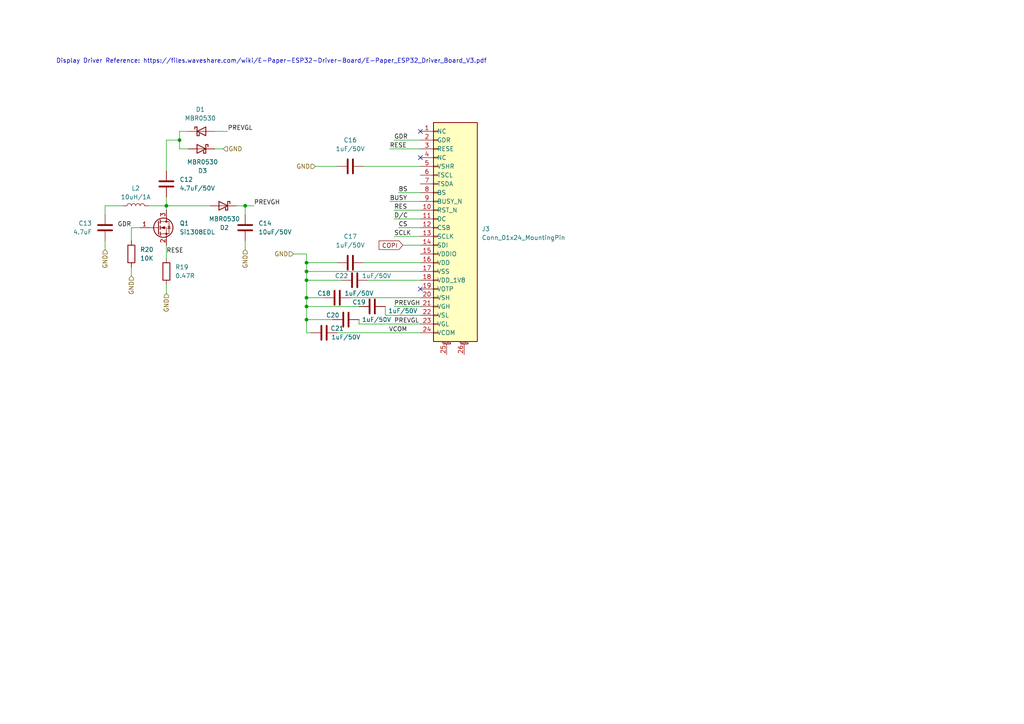
<source format=kicad_sch>
(kicad_sch (version 20250114) (generator "eeschema") (generator_version "9.0")
  (paper "A4")
  (lib_symbols
    (symbol "Connector_Generic_MountingPin:Conn_01x24_MountingPin" (pin_names (offset 1.016))
      (property "Reference" "J3" (at 12.7 -0.3555 0))
      (property "Value" "Conn_01x24_MountingPin" (at 12.7 -2.8955 0))
      (symbol "Conn_01x24_MountingPin_1_1"
        (rectangle (start -1.27 30.48) (end 11.43 -33.02) (stroke (width 0.254)) (fill (type background)))
        (rectangle (start -1.27 28.067) (end 0 27.813) (stroke (width 0.1524)))
        (rectangle (start -1.27 25.527) (end 0 25.273) (stroke (width 0.1524)))
        (rectangle (start -1.27 22.987) (end 0 22.733) (stroke (width 0.1524)))
        (rectangle (start -1.27 20.447) (end 0 20.193) (stroke (width 0.1524)))
        (rectangle (start -1.27 17.907) (end 0 17.653) (stroke (width 0.1524)))
        (rectangle (start -1.27 15.367) (end 0 15.113) (stroke (width 0.1524)))
        (rectangle (start -1.27 12.827) (end 0 12.573) (stroke (width 0.1524)))
        (rectangle (start -1.27 10.287) (end 0 10.033) (stroke (width 0.1524)))
        (rectangle (start -1.27 7.747) (end 0 7.493) (stroke (width 0.1524)))
        (rectangle (start -1.27 5.207) (end 0 4.953) (stroke (width 0.1524)))
        (rectangle (start -1.27 2.667) (end 0 2.413) (stroke (width 0.1524)))
        (rectangle (start -1.27 0.127) (end 0 -0.127) (stroke (width 0.1524)))
        (rectangle (start -1.27 -2.413) (end 0 -2.667) (stroke (width 0.1524)))
        (rectangle (start -1.27 -4.953) (end 0 -5.207) (stroke (width 0.1524)))
        (rectangle (start -1.27 -7.493) (end 0 -7.747) (stroke (width 0.1524)))
        (rectangle (start -1.27 -10.033) (end 0 -10.287) (stroke (width 0.1524)))
        (rectangle (start -1.27 -12.573) (end 0 -12.827) (stroke (width 0.1524)))
        (rectangle (start -1.27 -15.113) (end 0 -15.367) (stroke (width 0.1524)))
        (rectangle (start -1.27 -17.653) (end 0 -17.907) (stroke (width 0.1524)))
        (rectangle (start -1.27 -20.193) (end 0 -20.447) (stroke (width 0.1524)))
        (rectangle (start -1.27 -22.733) (end 0 -22.987) (stroke (width 0.1524)))
        (rectangle (start -1.27 -25.273) (end 0 -25.527) (stroke (width 0.1524)))
        (rectangle (start -1.27 -27.813) (end 0 -28.067) (stroke (width 0.1524)))
        (rectangle (start -1.27 -30.353) (end 0 -30.607) (stroke (width 0.1524)))
        (polyline (pts (xy 1.524 -33.782) (xy 3.556 -33.782)) (stroke (width 0.1524)))
        (polyline (pts (xy 6.604 -33.782) (xy 8.636 -33.782)) (stroke (width 0.1524)))
        (text "Mounting" (at 2.54 -33.401 0) (effects (font (size 0.381 0.381))))
        (text "Mounting" (at 7.62 -33.401 0) (effects (font (size 0.381 0.381))))
        (pin passive line (at -5.08 27.94 0) (length 3.81) (name "NC") (number "1"))
        (pin output line (at -5.08 25.4 0) (length 3.81) (name "GDR") (number "2"))
        (pin passive line (at -5.08 22.86 0) (length 3.81) (name "RESE") (number "3"))
        (pin passive line (at -5.08 20.32 0) (length 3.81) (name "NC") (number "4"))
        (pin power_in line (at -5.08 17.78 0) (length 3.81) (name "VSHR") (number "5"))
        (pin output line (at -5.08 15.24 0) (length 3.81) (name "TSCL") (number "6"))
        (pin bidirectional line (at -5.08 12.7 0) (length 3.81) (name "TSDA") (number "7"))
        (pin input line (at -5.08 10.16 0) (length 3.81) (name "BS") (number "8"))
        (pin output line (at -5.08 7.62 0) (length 3.81) (name "BUSY_N") (number "9"))
        (pin input line (at -5.08 5.08 0) (length 3.81) (name "RST_N") (number "10"))
        (pin input line (at -5.08 2.54 0) (length 3.81) (name "DC") (number "11"))
        (pin input line (at -5.08 0 0) (length 3.81) (name "CSB") (number "12"))
        (pin input line (at -5.08 -2.54 0) (length 3.81) (name "SCLK") (number "13"))
        (pin bidirectional line (at -5.08 -5.08 0) (length 3.81) (name "SDI") (number "14"))
        (pin power_in line (at -5.08 -7.62 0) (length 3.81) (name "VDDIO") (number "15"))
        (pin power_in line (at -5.08 -10.16 0) (length 3.81) (name "VDD") (number "16"))
        (pin power_in line (at -5.08 -12.7 0) (length 3.81) (name "VSS") (number "17"))
        (pin power_in line (at -5.08 -15.24 0) (length 3.81) (name "VDD_1V8") (number "18"))
        (pin power_in line (at -5.08 -17.78 0) (length 3.81) (name "VOTP") (number "19"))
        (pin power_in line (at -5.08 -20.32 0) (length 3.81) (name "VSH") (number "20"))
        (pin power_in line (at -5.08 -22.86 0) (length 3.81) (name "VGH") (number "21"))
        (pin power_in line (at -5.08 -25.4 0) (length 3.81) (name "VSL") (number "22"))
        (pin power_in line (at -5.08 -27.94 0) (length 3.81) (name "VGL") (number "23"))
        (pin power_in line (at -5.08 -30.48 0) (length 3.81) (name "VCOM") (number "24"))
        (pin passive line (at 2.54 -36.83 90) (length 3.048) (name "") (number "25"))
        (pin passive line (at 7.62 -36.83 90) (length 3.048) (name "") (number "26"))
      )
    )
    (symbol "Device:C" (pin_numbers (hide yes)) (pin_names (offset 0.254))
      (property "Reference" "C" (at 0.635 2.54 0))
      (property "Value" "C" (at 0.635 -2.54 0))
      (symbol "C_0_1"
        (polyline (pts (xy -2.032 0.762) (xy 2.032 0.762)) (stroke (width 0.508)))
        (polyline (pts (xy -2.032 -0.762) (xy 2.032 -0.762)) (stroke (width 0.508)))
      )
      (symbol "C_1_1"
        (pin passive line (at 0 3.81 270) (length 2.794) (name "~") (number "1"))
        (pin passive line (at 0 -3.81 90) (length 2.794) (name "~") (number "2"))
      )
    )
    (symbol "Device:L" (pin_numbers (hide yes)) (pin_names (offset 1.016) (hide yes))
      (property "Reference" "L" (at -1.27 0 90))
      (property "Value" "L" (at 1.905 0 90))
      (symbol "L_0_1"
        (arc (start 0 2.54) (mid 0.6323 1.905) (end 0 1.27))
        (arc (start 0 1.27) (mid 0.6323 0.635) (end 0 0))
        (arc (start 0 0) (mid 0.6323 -0.635) (end 0 -1.27))
        (arc (start 0 -1.27) (mid 0.6323 -1.905) (end 0 -2.54))
      )
      (symbol "L_1_1"
        (pin passive line (at 0 3.81 270) (length 1.27) (name "1") (number "1"))
        (pin passive line (at 0 -3.81 90) (length 1.27) (name "2") (number "2"))
      )
    )
    (symbol "Device:R" (pin_numbers (hide yes)) (pin_names (offset 0))
      (property "Reference" "R" (at 2.032 0 90))
      (property "Value" "R" (at 0 0 90))
      (symbol "R_0_1"
        (rectangle (start -1.016 -2.54) (end 1.016 2.54) (stroke (width 0.254)))
      )
      (symbol "R_1_1"
        (pin passive line (at 0 3.81 270) (length 1.27) (name "~") (number "1"))
        (pin passive line (at 0 -3.81 90) (length 1.27) (name "~") (number "2"))
      )
    )
    (symbol "Diode:MBR0530" (pin_numbers (hide yes)) (pin_names (offset 1.016) (hide yes))
      (property "Reference" "D" (at 0 2.54 0))
      (property "Value" "MBR0530" (at 0 -2.54 0))
      (symbol "MBR0530_0_1"
        (polyline (pts (xy -1.905 0.635) (xy -1.905 1.27) (xy -1.27 1.27) (xy -1.27 -1.27) (xy -0.635 -1.27) (xy -0.635 -0.635)) (stroke (width 0.254)))
        (polyline (pts (xy 1.27 1.27) (xy 1.27 -1.27) (xy -1.27 0) (xy 1.27 1.27)) (stroke (width 0.254)))
        (polyline (pts (xy 1.27 0) (xy -1.27 0)))
      )
      (symbol "MBR0530_1_1"
        (pin passive line (at -3.81 0 0) (length 2.54) (name "K") (number "1"))
        (pin passive line (at 3.81 0 180) (length 2.54) (name "A") (number "2"))
      )
    )
    (symbol "Transistor_FET:Si1308EDL" (pin_names (offset 0) (hide yes))
      (property "Reference" "Q" (at 5.08 1.905 0))
      (property "Value" "Si1308EDL" (at 5.08 0 0))
      (symbol "Si1308EDL_0_1"
        (polyline (pts (xy 0.254 1.905) (xy 0.254 -1.905)) (stroke (width 0.254)))
        (polyline (pts (xy 0.254 0) (xy -2.54 0)))
        (polyline (pts (xy 0.762 2.286) (xy 0.762 1.27)) (stroke (width 0.254)))
        (polyline (pts (xy 0.762 0.508) (xy 0.762 -0.508)) (stroke (width 0.254)))
        (polyline (pts (xy 0.762 -1.27) (xy 0.762 -2.286)) (stroke (width 0.254)))
        (polyline (pts (xy 0.762 -1.778) (xy 3.302 -1.778) (xy 3.302 1.778) (xy 0.762 1.778)))
        (polyline (pts (xy 1.016 0) (xy 2.032 0.381) (xy 2.032 -0.381) (xy 1.016 0)) (fill (type outline)))
        (circle (center 1.651 0) (radius 2.794) (stroke (width 0.254)))
        (polyline (pts (xy 2.54 2.54) (xy 2.54 1.778)))
        (circle (center 2.54 1.778) (radius 0.254) (fill (type outline)))
        (circle (center 2.54 -1.778) (radius 0.254) (fill (type outline)))
        (polyline (pts (xy 2.54 -2.54) (xy 2.54 0) (xy 0.762 0)))
        (polyline (pts (xy 2.921 0.381) (xy 3.683 0.381)))
        (polyline (pts (xy 3.302 0.381) (xy 2.921 -0.254) (xy 3.683 -0.254) (xy 3.302 0.381)))
      )
      (symbol "Si1308EDL_1_1"
        (pin input line (at -5.08 0 0) (length 2.54) (name "G") (number "1"))
        (pin passive line (at 2.54 5.08 270) (length 2.54) (name "D") (number "3"))
        (pin passive line (at 2.54 -5.08 90) (length 2.54) (name "S") (number "2"))
      )
    )
  )
  (text "Display Driver Reference: https://files.waveshare.com/wiki/E-Paper-ESP32-Driver-Board/E-Paper_ESP32_Driver_Board_V3.pdf" (at 78.74 17.78 0) (effects (font (size 1.27 1.27))))
  (junction (at 52.07 40.64))
  (junction (at 71.12 59.69))
  (junction (at 88.9 78.74))
  (junction (at 88.9 76.2))
  (junction (at 88.9 86.36))
  (junction (at 48.26 59.69))
  (junction (at 88.9 92.71))
  (junction (at 88.9 88.9))
  (junction (at 88.9 81.28))
  (no_connect (at 121.92 38.1))
  (no_connect (at 121.92 83.82))
  (no_connect (at 121.92 45.72))
  (wire (pts (xy 48.26 59.69) (xy 60.96 59.69)))
  (wire (pts (xy 71.12 59.69) (xy 73.66 59.69)))
  (wire (pts (xy 71.12 69.85) (xy 71.12 72.39)))
  (wire (pts (xy 52.07 40.64) (xy 48.26 40.64)))
  (wire (pts (xy 38.1 69.85) (xy 38.1 66.04)))
  (wire (pts (xy 88.9 88.9) (xy 88.9 92.71)))
  (wire (pts (xy 88.9 76.2) (xy 88.9 78.74)))
  (wire (pts (xy 30.48 59.69) (xy 30.48 62.23)))
  (wire (pts (xy 52.07 40.64) (xy 52.07 38.1)))
  (wire (pts (xy 88.9 86.36) (xy 93.98 86.36)))
  (wire (pts (xy 104.14 93.98) (xy 104.14 92.71)))
  (wire (pts (xy 88.9 78.74) (xy 121.92 78.74)))
  (wire (pts (xy 101.6 86.36) (xy 121.92 86.36)))
  (wire (pts (xy 88.9 88.9) (xy 104.14 88.9)))
  (wire (pts (xy 43.18 59.69) (xy 48.26 59.69)))
  (wire (pts (xy 114.3 63.5) (xy 121.92 63.5)))
  (wire (pts (xy 88.9 81.28) (xy 99.06 81.28)))
  (wire (pts (xy 30.48 69.85) (xy 30.48 72.39)))
  (wire (pts (xy 115.57 55.88) (xy 121.92 55.88)))
  (wire (pts (xy 52.07 40.64) (xy 52.07 43.18)))
  (wire (pts (xy 38.1 77.47) (xy 38.1 80.01)))
  (wire (pts (xy 85.09 73.66) (xy 88.9 73.66)))
  (wire (pts (xy 88.9 78.74) (xy 88.9 81.28)))
  (wire (pts (xy 88.9 86.36) (xy 88.9 88.9)))
  (wire (pts (xy 90.17 96.52) (xy 88.9 96.52)))
  (wire (pts (xy 114.3 60.96) (xy 121.92 60.96)))
  (wire (pts (xy 113.03 58.42) (xy 121.92 58.42)))
  (wire (pts (xy 104.14 93.98) (xy 121.92 93.98)))
  (wire (pts (xy 48.26 71.12) (xy 48.26 74.93)))
  (wire (pts (xy 114.3 40.64) (xy 121.92 40.64)))
  (wire (pts (xy 52.07 38.1) (xy 54.61 38.1)))
  (wire (pts (xy 38.1 66.04) (xy 40.64 66.04)))
  (wire (pts (xy 121.92 91.44) (xy 111.76 91.44)))
  (wire (pts (xy 116.84 71.12) (xy 121.92 71.12)))
  (wire (pts (xy 105.41 48.26) (xy 121.92 48.26)))
  (wire (pts (xy 48.26 59.69) (xy 48.26 60.96)))
  (wire (pts (xy 114.3 68.58) (xy 121.92 68.58)))
  (wire (pts (xy 114.3 88.9) (xy 121.92 88.9)))
  (wire (pts (xy 52.07 43.18) (xy 54.61 43.18)))
  (wire (pts (xy 97.79 96.52) (xy 121.92 96.52)))
  (wire (pts (xy 91.44 48.26) (xy 97.79 48.26)))
  (wire (pts (xy 88.9 76.2) (xy 97.79 76.2)))
  (wire (pts (xy 71.12 59.69) (xy 71.12 62.23)))
  (wire (pts (xy 115.57 66.04) (xy 121.92 66.04)))
  (wire (pts (xy 113.03 43.18) (xy 121.92 43.18)))
  (wire (pts (xy 48.26 82.55) (xy 48.26 85.09)))
  (wire (pts (xy 66.04 38.1) (xy 62.23 38.1)))
  (wire (pts (xy 88.9 73.66) (xy 88.9 76.2)))
  (wire (pts (xy 105.41 76.2) (xy 121.92 76.2)))
  (wire (pts (xy 48.26 57.15) (xy 48.26 59.69)))
  (wire (pts (xy 88.9 96.52) (xy 88.9 92.71)))
  (wire (pts (xy 48.26 40.64) (xy 48.26 49.53)))
  (wire (pts (xy 111.76 91.44) (xy 111.76 88.9)))
  (wire (pts (xy 88.9 92.71) (xy 96.52 92.71)))
  (wire (pts (xy 88.9 81.28) (xy 88.9 86.36)))
  (wire (pts (xy 62.23 43.18) (xy 64.77 43.18)))
  (wire (pts (xy 35.56 59.69) (xy 30.48 59.69)))
  (wire (pts (xy 68.58 59.69) (xy 71.12 59.69)))
  (wire (pts (xy 106.68 81.28) (xy 121.92 81.28)))
  (label "GDR" (at 114.3 40.64 0))
  (label "SCLK" (at 114.3 68.58 0))
  (label "PREVGH" (at 73.66 59.69 0))
  (label "RESE" (at 48.26 73.66 0))
  (label "RES" (at 114.3 60.96 0))
  (label "PREVGL" (at 114.3 93.98 0))
  (label "PREVGH" (at 114.3 88.9 0))
  (label "GDR" (at 38.1 66.04 180))
  (label "CS" (at 115.57 66.04 0))
  (label "PREVGL" (at 66.04 38.1 0))
  (label "BUSY" (at 113.03 58.42 0))
  (label "D{slash}C" (at 114.3 63.5 0))
  (label "VCOM" (at 118.11 96.52 180))
  (label "RESE" (at 113.03 43.18 0))
  (label "BS" (at 115.57 55.88 0))
  (global_label "COPI" (shape input) (at 116.84 71.12 180) (property "Intersheetrefs" "${INTERSHEET_REFS}" (effects (hide yes))))
  (hierarchical_label "GND" (shape input) (at 38.1 80.01 270))
  (hierarchical_label "GND" (shape input) (at 30.48 72.39 270))
  (hierarchical_label "GND" (shape input) (at 64.77 43.18 0))
  (hierarchical_label "GND" (shape input) (at 91.44 48.26 180))
  (hierarchical_label "GND" (shape input) (at 85.09 73.66 180))
  (hierarchical_label "GND" (shape input) (at 71.12 72.39 270))
  (hierarchical_label "GND" (shape input) (at 48.26 85.09 270))
  (symbol (lib_id "Device:C") (at 97.79 86.36 270) (unit 1)
    (property "Reference" "C18" (at 93.98 85.09 90))
    (property "Value" "1uF/50V" (at 104.14 85.09 90))
    (property "Description" "Unpolarized capacitor" (effects (hide yes)))
  )
  (symbol (lib_id "Connector_Generic_MountingPin:Conn_01x24_MountingPin") (at 127 66.04 0) (unit 1)
    (property "Reference" "J3" (at 139.7 66.3955 0) (effects (justify left)))
    (property "Value" "Conn_01x24_MountingPin" (at 139.7 68.9355 0) (effects (justify left)))
    (property "Footprint" "FH12A_24S_0_5SH_55_:CONN24_1X24_DRC_FFC_HIR" (effects (hide yes)))
    (property "Datasheet" "https://files.waveshare.com/upload/3/37/5.83inch_e-Paper_V2_Specification.pdf" (effects (hide yes)))
    (property "Description" "Generic connectable mounting pin connector, single row, 01x24, script generated (kicad-library-utils/schlib/autogen/connector/)" (effects (hide yes)))
  )
  (symbol (lib_id "Device:R") (at 38.1 73.66 0) (unit 1)
    (property "Reference" "R20" (at 40.64 72.3899 0) (effects (justify left)))
    (property "Value" "10K" (at 40.64 74.9299 0) (effects (justify left)))
    (property "Description" "Resistor" (effects (hide yes)))
  )
  (symbol (lib_id "Transistor_FET:Si1308EDL") (at 45.72 66.04 0) (unit 1)
    (property "Reference" "Q1" (at 52.07 64.7699 0) (effects (justify left)))
    (property "Value" "Si1308EDL" (at 52.07 67.3099 0) (effects (justify left)))
    (property "Footprint" "Package_TO_SOT_SMD:SOT-323_SC-70" (effects (hide yes)))
    (property "Datasheet" "https://www.vishay.com/docs/63399/si1308edl.pdf" (effects (hide yes)))
    (property "Description" "30V Vds, 1.4A Id, N-Channel MOSFET, SC-70" (effects (hide yes)))
  )
  (symbol (lib_id "Diode:MBR0530") (at 58.42 38.1 0) (unit 1)
    (property "Reference" "D1" (at 58.1025 31.75 0))
    (property "Value" "MBR0530" (at 58.1025 34.29 0))
    (property "Footprint" "Diode_SMD:D_SOD-123" (effects (hide yes)))
    (property "Datasheet" "http://www.mccsemi.com/up_pdf/MBR0520~MBR0580(SOD123).pdf" (effects (hide yes)))
    (property "Description" "30V 0.5A Schottky Power Rectifier Diode, SOD-123" (effects (hide yes)))
  )
  (symbol (lib_id "Device:C") (at 93.98 96.52 270) (unit 1)
    (property "Reference" "C21" (at 97.79 95.25 90))
    (property "Value" "1uF/50V" (at 100.33 97.79 90))
    (property "Description" "Unpolarized capacitor" (effects (hide yes)))
  )
  (symbol (lib_id "Device:C") (at 107.95 88.9 270) (unit 1)
    (property "Reference" "C19" (at 104.14 87.63 90))
    (property "Value" "1uF/50V" (at 116.84 90.17 90))
    (property "Description" "Unpolarized capacitor" (effects (hide yes)))
  )
  (symbol (lib_id "Device:R") (at 48.26 78.74 0) (unit 1)
    (property "Reference" "R19" (at 50.8 77.4699 0) (effects (justify left)))
    (property "Value" "0.47R" (at 50.8 80.0099 0) (effects (justify left)))
    (property "Description" "Resistor" (effects (hide yes)))
  )
  (symbol (lib_id "Device:C") (at 101.6 76.2 270) (unit 1)
    (property "Reference" "C17" (at 101.6 68.58 90))
    (property "Value" "1uF/50V" (at 101.6 71.12 90))
    (property "Description" "Unpolarized capacitor" (effects (hide yes)))
  )
  (symbol (lib_id "Device:C") (at 101.6 48.26 270) (unit 1)
    (property "Reference" "C16" (at 101.6 40.64 90))
    (property "Value" "1uF/50V" (at 101.6 43.18 90))
    (property "Description" "Unpolarized capacitor" (effects (hide yes)))
  )
  (symbol (lib_id "Diode:MBR0530") (at 64.77 59.69 0) (mirror y) (unit 1)
    (property "Reference" "D2" (at 65.0875 66.04 0))
    (property "Value" "MBR0530" (at 65.0875 63.5 0))
    (property "Footprint" "Diode_SMD:D_SOD-123" (effects (hide yes)))
    (property "Datasheet" "http://www.mccsemi.com/up_pdf/MBR0520~MBR0580(SOD123).pdf" (effects (hide yes)))
    (property "Description" "30V 0.5A Schottky Power Rectifier Diode, SOD-123" (effects (hide yes)))
  )
  (symbol (lib_id "Diode:MBR0530") (at 58.42 43.18 0) (mirror y) (unit 1)
    (property "Reference" "D3" (at 58.7375 49.53 0))
    (property "Value" "MBR0530" (at 58.7375 46.99 0))
    (property "Footprint" "Diode_SMD:D_SOD-123" (effects (hide yes)))
    (property "Datasheet" "http://www.mccsemi.com/up_pdf/MBR0520~MBR0580(SOD123).pdf" (effects (hide yes)))
    (property "Description" "30V 0.5A Schottky Power Rectifier Diode, SOD-123" (effects (hide yes)))
  )
  (symbol (lib_id "Device:C") (at 100.33 92.71 270) (unit 1)
    (property "Reference" "C20" (at 96.52 91.44 90))
    (property "Value" "1uF/50V" (at 109.22 92.71 90))
    (property "Description" "Unpolarized capacitor" (effects (hide yes)))
  )
  (symbol (lib_id "Device:C") (at 48.26 53.34 0) (unit 1)
    (property "Reference" "C12" (at 52.07 52.0699 0) (effects (justify left)))
    (property "Value" "4.7uF/50V" (at 52.07 54.6099 0) (effects (justify left)))
    (property "Description" "Unpolarized capacitor" (effects (hide yes)))
  )
  (symbol (lib_id "Device:C") (at 71.12 66.04 0) (unit 1)
    (property "Reference" "C14" (at 74.93 64.7699 0) (effects (justify left)))
    (property "Value" "10uF/50V" (at 74.93 67.3099 0) (effects (justify left)))
    (property "Description" "Unpolarized capacitor" (effects (hide yes)))
  )
  (symbol (lib_id "Device:C") (at 30.48 66.04 0) (mirror y) (unit 1)
    (property "Reference" "C13" (at 26.67 64.7699 0) (effects (justify left)))
    (property "Value" "4.7uF" (at 26.67 67.3099 0) (effects (justify left)))
    (property "Description" "Unpolarized capacitor" (effects (hide yes)))
  )
  (symbol (lib_id "Device:L") (at 39.37 59.69 90) (unit 1)
    (property "Reference" "L2" (at 39.37 54.61 90))
    (property "Value" "10uH/1A" (at 39.37 57.15 90))
    (property "Description" "Inductor" (effects (hide yes)))
  )
  (symbol (lib_id "Device:C") (at 102.87 81.28 270) (unit 1)
    (property "Reference" "C22" (at 99.06 80.01 90))
    (property "Value" "1uF/50V" (at 109.22 80.01 90))
    (property "Description" "Unpolarized capacitor" (effects (hide yes)))
  )
)
</source>
